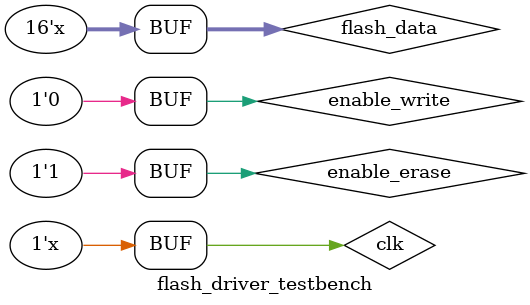
<source format=v>
/*
 * $File: flash_driver.v
 * $Date: Sun Oct 27 21:39:08 2013 +0800
 * $Author: jiakai <jia.kai66@gmail.com>
 */

`timescale 1ns/1ps

module flash_driver(
	input clk,
	input [22:0] addr,
	input [15:0] data_in,
	output [15:0] data_out,
	input enable_read,
	/*
	* when asserted, data could be continousely read from flash
	* busy would be de-asserted for one cycle after finishing each read
	* addr must be valid during the whole reading process
	*/
	input enable_erase,
	// assert for one cycle to erase; addr woule be latched
	input enable_write,
	// assert for one cycle to write; addr and data woule be latched
	output reg busy,
	output reg [22:0] flash_addr,
	inout [15:0] flash_data,
	output [7:0] flash_ctl);

	reg flash_oe, flash_we;

	wire flash_byte = 1, flash_vpen = 1, flash_ce = 0, flash_rp = 1;

	reg [15:0] data_to_write,
		data_cache;	/* for both caching output data when reading, and latching
						input data when writing */
	assign flash_data = flash_oe ? data_to_write : {16{1'bz}};

	assign flash_ctl = {
		flash_byte,
		flash_ce,
		2'b0,	// ce1 ce2
		flash_oe,
		flash_rp,
		flash_vpen,
		flash_we};

	reg [3:0] state;
	localparam
		IDLE = 3'b000,
		READ1 = 3'b001, READ2 = 3'b011, READ3 = 4'b1011,
		WRITE1 = 3'b010, WRITE2 = 4'b1110, WRITE3 = 4'b1111,
		ERASE1 = 3'b100, ERASE2 = 4'b1100, ERASE3 = 4'b1101,
		SR1 = 3'b101, SR2 = 3'b111, SR3 = 3'b110, SR4 = 4'b1000;

	assign data_out = state == READ3 ? flash_data : data_cache;

	always @(posedge clk) begin
		case (state)
			IDLE: begin
				flash_addr <= addr;
				if (enable_write) begin
					data_cache <= data_in;
					data_to_write <= 16'h0040;
					flash_we <= 0;
					state <= WRITE1;
					busy <= 1;
				end else if (enable_erase) begin
					data_to_write <= 16'h0020;
					flash_we <= 0;
					state <= ERASE1;
					busy <= 1;
				end else if (enable_read) begin
					data_to_write <= 16'h00FF;
					flash_we <= 0;
					state <= READ1;
					busy <= 1;
				end else begin
					flash_oe <= 1;
					flash_we <= 1;
					busy <= 0;
				end
			end

			WRITE1: begin
				flash_we <= 1;
				state <= WRITE2;
			end
			WRITE2: begin
				flash_we <= 0;
				data_to_write <= data_cache;
				state <= WRITE3;
			end
			WRITE3: begin
				flash_we <= 1;
				state <= SR1;
			end

			ERASE1: begin
				flash_we <= 1;
				state <= ERASE2;
			end
			ERASE2: begin
				flash_we <= 0;
				data_to_write <= 16'h00d0;
				state <= ERASE3;
			end
			ERASE3: begin
				flash_we <= 1;
				state <= SR1;
			end

			READ1: begin
				flash_we <= 1;
				state <= READ2;
			end
			READ2: begin
				flash_oe <= 0;
				flash_addr <= addr;
				state <= READ3;
				busy <= 0;
			end
			READ3: begin
				data_cache <= flash_data;
				if (enable_read) begin
					state <= READ2;
					busy <= 1;
				end
				else begin
					state <= IDLE;
					flash_oe <= 1;
				end
			end

			// wait for SR[7] to become 1
			SR1: begin
				data_to_write <= 16'h0070;
				flash_we <= 0;
				state <= SR2;
			end
			SR2: begin
				flash_we <= 1;
				state <= SR3;
			end
			SR3: begin
				flash_oe <= 0;
				state <= SR4;
			end
			SR4: begin
				flash_oe <= 1;
				if (flash_data[7]) begin
					state <= IDLE;
					busy <= 0;
				end
				else
					state <= SR1;
			end

			default:
				state <= IDLE;
		endcase
	end


endmodule

module flash_driver_testbench();
	reg clk = 0;
	wire [15:0] data_out;
	wire busy;
	wire [22:0] flash_addr;
	wire [7:0] flash_ctl;
	reg enable_write = 0;
	reg enable_erase = 0;
	wire [15:0] flash_data = {16{1'bz}};

	flash_driver flash_driver_test (.clk(clk),
	.addr(23'b0),
	.data_in(16'b0),
	.data_out(data_out),
	.enable_read(1'b0),
	.enable_write(enable_write),
	.enable_erase(enable_erase),
	.busy(busy),
	.flash_addr(flash_addr),
	.flash_data(flash_data),
	.flash_ctl(flash_ctl));

	always #10 clk <= ~clk;
	always #50 enable_erase <= 1;
endmodule


</source>
